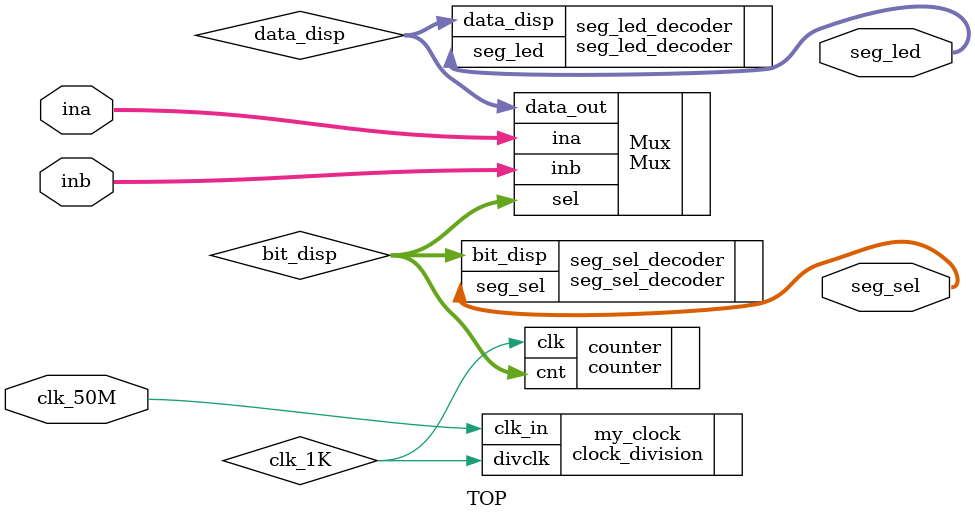
<source format=v>
module TOP(clk_50M,ina,inb,seg_sel,seg_led);
    input clk_50M;
    input [3:0] ina, inb;
    output [3:0] seg_sel;
output [7:0] seg_led;
    parameter DIVCLK_CNTMAX = 24999; //50M/50K = 1K
wire clk_1K;
    //例化时钟分频模块
    clock_division #(
        .DIVCLK_CNTMAX(DIVCLK_CNTMAX)
    )
    my_clock(
        .clk_in(clk_50M),
        .divclk(clk_1K)
);
    //例化计数器模块
    wire [1:0] bit_disp;
    counter counter(
        .clk(clk_1K),
        .cnt(bit_disp)
);
    //例化多路复用器模块
    wire [3:0] data_disp;
    Mux Mux(
        .sel(bit_disp),
        .ina(ina),
        .inb(inb),
        .data_out(data_disp)
);  
    //例化数码管位选译码模块
    seg_sel_decoder seg_sel_decoder(
        .bit_disp(bit_disp),
        .seg_sel(seg_sel)
    );
    //例化数码管段码译码模块
    seg_led_decoder seg_led_decoder(
        .data_disp(data_disp),
        .seg_led(seg_led)
    );
endmodule
</source>
